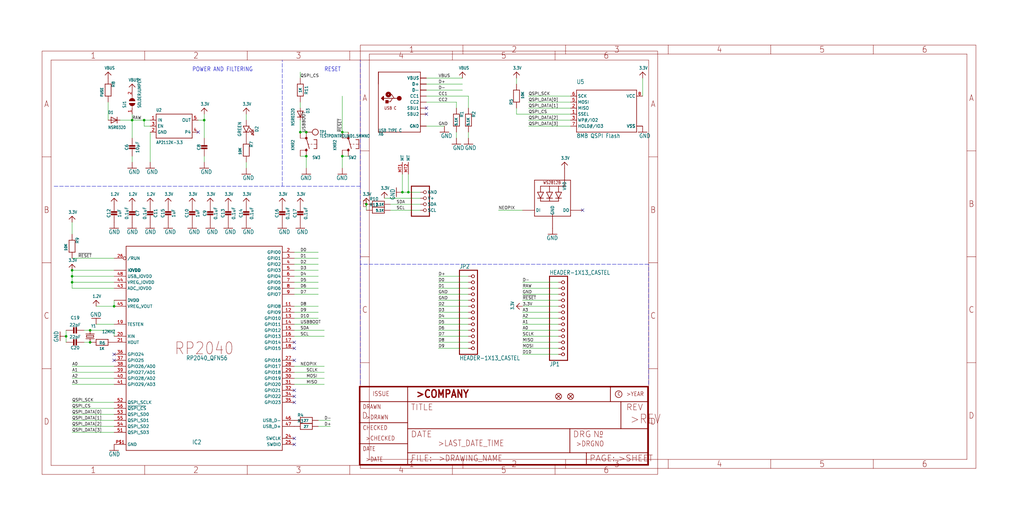
<source format=kicad_sch>
(kicad_sch (version 20211123) (generator eeschema)
  (paper "User" 433.07 220.421)
  (junction (at 55.88 50.8))
  (junction (at 30.48 114.3))
  (junction (at 144.78 66.04))
  (junction (at 86.36 50.8))
  (junction (at 129.54 66.04))
  (junction (at 38.1 144.78))
  (junction (at 172.72 81.28))
  (junction (at 48.26 129.54))
  (junction (at 144.78 55.88))
  (junction (at 129.54 55.88))
  (junction (at 27.94 142.24))
  (junction (at 127 55.88))
  (junction (at 30.48 116.84))
  (junction (at 38.1 139.7))
  (junction (at 60.96 50.8))
  (junction (at 170.18 81.28))
  (junction (at 30.48 119.38))
  (junction (at 154.94 86.36))
  (no_connect (at 246.38 88.9))
  (no_connect (at 83.82 55.88))
  (no_connect (at 180.34 48.26))
  (no_connect (at 180.34 45.72))
  (no_connect (at 48.26 152.4))
  (no_connect (at 48.26 149.86))
  (no_connect (at 124.46 187.96))
  (no_connect (at 124.46 185.42))
  (no_connect (at 124.46 165.1))
  (no_connect (at 124.46 167.64))
  (no_connect (at 124.46 170.18))
  (no_connect (at 124.46 152.4))
  (no_connect (at 124.46 147.32))
  (no_connect (at 124.46 144.78))
  (wire (pts (xy 220.98 124.46) (xy 236.22 124.46)))
  (wire (pts (xy 124.46 106.68) (xy 134.62 106.68)))
  (wire (pts (xy 185.42 139.7) (xy 198.12 139.7)))
  (wire (pts (xy 223.52 53.34) (xy 241.3 53.34)))
  (wire (pts (xy 48.26 119.38) (xy 30.48 119.38)))
  (polyline (pts (xy 152.4 78.74) (xy 119.38 78.74)))
  (wire (pts (xy 48.26 121.92) (xy 30.48 121.92)))
  (wire (pts (xy 124.46 132.08) (xy 134.62 132.08)))
  (wire (pts (xy 170.18 81.28) (xy 170.18 73.66)))
  (wire (pts (xy 241.3 40.64) (xy 223.52 40.64)))
  (wire (pts (xy 30.48 162.56) (xy 48.26 162.56)))
  (wire (pts (xy 220.98 149.86) (xy 236.22 149.86)))
  (wire (pts (xy 35.56 144.78) (xy 38.1 144.78)))
  (wire (pts (xy 180.34 35.56) (xy 195.58 35.56)))
  (wire (pts (xy 86.36 66.04) (xy 86.36 68.58)))
  (wire (pts (xy 27.94 142.24) (xy 27.94 139.7)))
  (wire (pts (xy 48.26 139.7) (xy 48.26 142.24)))
  (wire (pts (xy 198.12 124.46) (xy 185.42 124.46)))
  (wire (pts (xy 30.48 93.98) (xy 30.48 99.06)))
  (wire (pts (xy 127 66.04) (xy 129.54 66.04)))
  (wire (pts (xy 48.26 170.18) (xy 30.48 170.18)))
  (wire (pts (xy 124.46 137.16) (xy 134.62 137.16)))
  (wire (pts (xy 48.26 172.72) (xy 30.48 172.72)))
  (wire (pts (xy 185.42 132.08) (xy 198.12 132.08)))
  (wire (pts (xy 198.12 121.92) (xy 185.42 121.92)))
  (wire (pts (xy 104.14 68.58) (xy 104.14 71.12)))
  (wire (pts (xy 127 45.72) (xy 127 43.18)))
  (wire (pts (xy 180.34 43.18) (xy 193.04 43.18)))
  (wire (pts (xy 40.64 129.54) (xy 48.26 129.54)))
  (wire (pts (xy 30.48 119.38) (xy 30.48 116.84)))
  (wire (pts (xy 83.82 50.8) (xy 86.36 50.8)))
  (wire (pts (xy 236.22 127) (xy 220.98 127)))
  (wire (pts (xy 185.42 127) (xy 198.12 127)))
  (wire (pts (xy 124.46 116.84) (xy 134.62 116.84)))
  (wire (pts (xy 170.18 81.28) (xy 172.72 81.28)))
  (wire (pts (xy 185.42 144.78) (xy 198.12 144.78)))
  (wire (pts (xy 172.72 73.66) (xy 172.72 81.28)))
  (wire (pts (xy 124.46 154.94) (xy 137.16 154.94)))
  (wire (pts (xy 218.44 45.72) (xy 218.44 48.26)))
  (wire (pts (xy 27.94 144.78) (xy 27.94 142.24)))
  (wire (pts (xy 60.96 53.34) (xy 60.96 50.8)))
  (wire (pts (xy 241.3 50.8) (xy 223.52 50.8)))
  (wire (pts (xy 124.46 160.02) (xy 137.16 160.02)))
  (wire (pts (xy 38.1 139.7) (xy 48.26 139.7)))
  (wire (pts (xy 271.78 33.02) (xy 271.78 40.64)))
  (wire (pts (xy 124.46 139.7) (xy 137.16 139.7)))
  (wire (pts (xy 127 33.02) (xy 127 30.48)))
  (wire (pts (xy 134.62 177.8) (xy 139.7 177.8)))
  (wire (pts (xy 124.46 111.76) (xy 134.62 111.76)))
  (wire (pts (xy 144.78 71.12) (xy 144.78 66.04)))
  (wire (pts (xy 193.04 55.88) (xy 193.04 58.42)))
  (wire (pts (xy 124.46 129.54) (xy 134.62 129.54)))
  (wire (pts (xy 124.46 157.48) (xy 137.16 157.48)))
  (wire (pts (xy 236.22 129.54) (xy 220.98 129.54)))
  (wire (pts (xy 195.58 33.02) (xy 180.34 33.02)))
  (wire (pts (xy 177.8 83.82) (xy 162.56 83.82)))
  (wire (pts (xy 223.52 43.18) (xy 241.3 43.18)))
  (wire (pts (xy 144.78 40.64) (xy 144.78 55.88)))
  (wire (pts (xy 236.22 119.38) (xy 220.98 119.38)))
  (wire (pts (xy 220.98 142.24) (xy 236.22 142.24)))
  (wire (pts (xy 180.34 38.1) (xy 195.58 38.1)))
  (wire (pts (xy 144.78 55.88) (xy 147.32 55.88)))
  (wire (pts (xy 185.42 134.62) (xy 198.12 134.62)))
  (wire (pts (xy 241.3 45.72) (xy 223.52 45.72)))
  (wire (pts (xy 185.42 137.16) (xy 198.12 137.16)))
  (wire (pts (xy 38.1 139.7) (xy 35.56 139.7)))
  (wire (pts (xy 165.1 88.9) (xy 177.8 88.9)))
  (wire (pts (xy 185.42 142.24) (xy 198.12 142.24)))
  (polyline (pts (xy 119.38 78.74) (xy 119.38 25.4)))
  (wire (pts (xy 124.46 114.3) (xy 134.62 114.3)))
  (wire (pts (xy 86.36 50.8) (xy 86.36 48.26)))
  (wire (pts (xy 124.46 121.92) (xy 134.62 121.92)))
  (wire (pts (xy 60.96 53.34) (xy 63.5 53.34)))
  (wire (pts (xy 129.54 66.04) (xy 129.54 71.12)))
  (wire (pts (xy 198.12 40.64) (xy 198.12 45.72)))
  (polyline (pts (xy 152.4 162.56) (xy 152.4 111.76)))
  (wire (pts (xy 180.34 40.64) (xy 198.12 40.64)))
  (wire (pts (xy 55.88 66.04) (xy 55.88 68.58)))
  (wire (pts (xy 220.98 137.16) (xy 236.22 137.16)))
  (wire (pts (xy 198.12 116.84) (xy 185.42 116.84)))
  (wire (pts (xy 30.48 180.34) (xy 48.26 180.34)))
  (wire (pts (xy 55.88 50.8) (xy 55.88 58.42)))
  (wire (pts (xy 236.22 134.62) (xy 220.98 134.62)))
  (wire (pts (xy 220.98 132.08) (xy 236.22 132.08)))
  (wire (pts (xy 55.88 48.26) (xy 55.88 50.8)))
  (wire (pts (xy 48.26 109.22) (xy 30.48 109.22)))
  (wire (pts (xy 154.94 86.36) (xy 154.94 88.9)))
  (polyline (pts (xy 274.32 162.56) (xy 274.32 111.76)))
  (wire (pts (xy 124.46 109.22) (xy 134.62 109.22)))
  (wire (pts (xy 147.32 66.04) (xy 144.78 66.04)))
  (wire (pts (xy 124.46 134.62) (xy 134.62 134.62)))
  (wire (pts (xy 48.26 160.02) (xy 30.48 160.02)))
  (wire (pts (xy 60.96 50.8) (xy 55.88 50.8)))
  (wire (pts (xy 198.12 58.42) (xy 198.12 55.88)))
  (wire (pts (xy 30.48 182.88) (xy 48.26 182.88)))
  (wire (pts (xy 48.26 116.84) (xy 30.48 116.84)))
  (wire (pts (xy 134.62 180.34) (xy 139.7 180.34)))
  (wire (pts (xy 218.44 48.26) (xy 241.3 48.26)))
  (wire (pts (xy 129.54 55.88) (xy 127 55.88)))
  (polyline (pts (xy 22.86 78.74) (xy 119.38 78.74)))
  (wire (pts (xy 236.22 144.78) (xy 220.98 144.78)))
  (wire (pts (xy 124.46 162.56) (xy 137.16 162.56)))
  (wire (pts (xy 220.98 121.92) (xy 236.22 121.92)))
  (polyline (pts (xy 152.4 111.76) (xy 152.4 78.74)))
  (wire (pts (xy 127 55.88) (xy 127 50.8)))
  (wire (pts (xy 218.44 33.02) (xy 218.44 35.56)))
  (wire (pts (xy 50.8 50.8) (xy 55.88 50.8)))
  (wire (pts (xy 104.14 48.26) (xy 104.14 50.8)))
  (wire (pts (xy 86.36 58.42) (xy 86.36 50.8)))
  (wire (pts (xy 172.72 81.28) (xy 177.8 81.28)))
  (wire (pts (xy 124.46 142.24) (xy 137.16 142.24)))
  (wire (pts (xy 124.46 119.38) (xy 134.62 119.38)))
  (wire (pts (xy 220.98 88.9) (xy 210.82 88.9)))
  (wire (pts (xy 30.48 121.92) (xy 30.48 119.38)))
  (wire (pts (xy 124.46 124.46) (xy 134.62 124.46)))
  (wire (pts (xy 48.26 137.16) (xy 40.64 137.16)))
  (wire (pts (xy 63.5 50.8) (xy 60.96 50.8)))
  (wire (pts (xy 63.5 55.88) (xy 63.5 68.58)))
  (polyline (pts (xy 152.4 78.74) (xy 152.4 25.4)))
  (wire (pts (xy 185.42 147.32) (xy 198.12 147.32)))
  (wire (pts (xy 30.48 175.26) (xy 48.26 175.26)))
  (wire (pts (xy 236.22 139.7) (xy 220.98 139.7)))
  (wire (pts (xy 30.48 157.48) (xy 48.26 157.48)))
  (wire (pts (xy 30.48 177.8) (xy 48.26 177.8)))
  (wire (pts (xy 193.04 43.18) (xy 193.04 45.72)))
  (wire (pts (xy 198.12 129.54) (xy 185.42 129.54)))
  (wire (pts (xy 198.12 119.38) (xy 185.42 119.38)))
  (wire (pts (xy 48.26 114.3) (xy 30.48 114.3)))
  (wire (pts (xy 48.26 154.94) (xy 30.48 154.94)))
  (polyline (pts (xy 274.32 111.76) (xy 152.4 111.76)))
  (wire (pts (xy 236.22 147.32) (xy 220.98 147.32)))
  (wire (pts (xy 30.48 116.84) (xy 30.48 114.3)))
  (wire (pts (xy 177.8 86.36) (xy 165.1 86.36)))
  (wire (pts (xy 187.96 53.34) (xy 180.34 53.34)))
  (wire (pts (xy 48.26 127) (xy 48.26 129.54)))
  (wire (pts (xy 45.72 50.8) (xy 45.72 43.18)))
  (text "POWER AND FILTERING" (at 81.28 30.48 180) (effects (font (size 1.778 1.5113)) (justify left bottom)))
  (text "RESET" (at 137.16 30.48 180) (effects (font (size 1.778 1.5113)) (justify left bottom)))
  (label "MISO" (at 220.98 144.78 0) (effects (font (size 1.2446 1.2446))))
  (label "A1" (at 220.98 137.16 0) (effects (font (size 1.2446 1.2446))))
  (label "D10" (at 127 134.62 0) (effects (font (size 1.2446 1.2446))))
  (label "A3" (at 220.98 132.08 0) (effects (font (size 1.2446 1.2446))))
  (label "D8" (at 127 129.54 0) (effects (font (size 1.2446 1.2446))))
  (label "QSPI_DATA[0]" (at 223.52 43.18 0) (effects (font (size 1.2446 1.2446))))
  (label "GND" (at 185.42 124.46 0) (effects (font (size 1.2446 1.2446))))
  (label "SDA" (at 127 139.7 0) (effects (font (size 1.2446 1.2446))))
  (label "D-" (at 220.98 119.38 0) (effects (font (size 1.2446 1.2446))))
  (label "A0" (at 30.48 154.94 0) (effects (font (size 1.2446 1.2446))))
  (label "D1" (at 185.42 121.92 0) (effects (font (size 1.2446 1.2446))))
  (label "D5" (at 185.42 137.16 0) (effects (font (size 1.2446 1.2446))))
  (label "QSPI_CS" (at 127 33.02 0) (effects (font (size 1.2446 1.2446))))
  (label "MOSI" (at 129.54 160.02 0) (effects (font (size 1.2446 1.2446))))
  (label "D9" (at 185.42 147.32 0) (effects (font (size 1.2446 1.2446))))
  (label "GND" (at 220.98 124.46 0) (effects (font (size 1.2446 1.2446))))
  (label "USBBOOT" (at 127 137.16 0) (effects (font (size 1.2446 1.2446))))
  (label "A3" (at 30.48 162.56 0) (effects (font (size 1.2446 1.2446))))
  (label "QSPI_DATA[2]" (at 223.52 50.8 0) (effects (font (size 1.2446 1.2446))))
  (label "D4" (at 127 116.84 0) (effects (font (size 1.2446 1.2446))))
  (label "QSPI_DATA[3]" (at 30.48 182.88 0) (effects (font (size 1.2446 1.2446))))
  (label "QSPI_SCK" (at 223.52 40.64 0) (effects (font (size 1.2446 1.2446))))
  (label "QSPI_SCK" (at 30.48 170.18 0) (effects (font (size 1.2446 1.2446))))
  (label "D3" (at 185.42 132.08 0) (effects (font (size 1.2446 1.2446))))
  (label "GND" (at 185.42 53.34 0) (effects (font (size 1.2446 1.2446))))
  (label "D2" (at 127 111.76 0) (effects (font (size 1.2446 1.2446))))
  (label "VBUS" (at 185.42 33.02 0) (effects (font (size 1.2446 1.2446))))
  (label "D9" (at 127 132.08 0) (effects (font (size 1.2446 1.2446))))
  (label "D7" (at 185.42 142.24 0) (effects (font (size 1.2446 1.2446))))
  (label "3.3V" (at 220.98 129.54 0) (effects (font (size 1.2446 1.2446))))
  (label "D0" (at 127 106.68 0) (effects (font (size 1.2446 1.2446))))
  (label "D6" (at 185.42 139.7 0) (effects (font (size 1.2446 1.2446))))
  (label "SDA" (at 167.64 86.36 0) (effects (font (size 1.2446 1.2446))))
  (label "CC1" (at 185.42 40.64 0) (effects (font (size 1.2446 1.2446))))
  (label "~{RESET}" (at 33.02 109.22 0) (effects (font (size 1.2446 1.2446))))
  (label "D4" (at 185.42 134.62 0) (effects (font (size 1.2446 1.2446))))
  (label "A2" (at 30.48 160.02 0) (effects (font (size 1.2446 1.2446))))
  (label "D+" (at 185.42 35.56 0) (effects (font (size 1.2446 1.2446))))
  (label "D3" (at 127 114.3 0) (effects (font (size 1.2446 1.2446))))
  (label "D+" (at 137.16 180.34 0) (effects (font (size 1.2446 1.2446))))
  (label "SCL" (at 167.64 88.9 0) (effects (font (size 1.2446 1.2446))))
  (label "D10" (at 220.98 149.86 0) (effects (font (size 1.2446 1.2446))))
  (label "D-" (at 137.16 177.8 0) (effects (font (size 1.2446 1.2446))))
  (label "D6" (at 127 121.92 0) (effects (font (size 1.2446 1.2446))))
  (label "D0" (at 185.42 119.38 0) (effects (font (size 1.2446 1.2446))))
  (label "D1" (at 127 109.22 0) (effects (font (size 1.2446 1.2446))))
  (label "RAW" (at 55.88 50.8 0) (effects (font (size 1.2446 1.2446))))
  (label "D8" (at 185.42 144.78 0) (effects (font (size 1.2446 1.2446))))
  (label "NEOPIX" (at 127 154.94 0) (effects (font (size 1.2446 1.2446))))
  (label "D2" (at 185.42 129.54 0) (effects (font (size 1.2446 1.2446))))
  (label "CC2" (at 185.42 43.18 0) (effects (font (size 1.2446 1.2446))))
  (label "USBBOOT" (at 129.54 55.88 90) (effects (font (size 1.2446 1.2446))))
  (label "NEOPIX" (at 210.82 88.9 0) (effects (font (size 1.2446 1.2446))))
  (label "QSPI_CS" (at 223.52 48.26 0) (effects (font (size 1.2446 1.2446))))
  (label "RAW" (at 220.98 121.92 0) (effects (font (size 1.2446 1.2446))))
  (label "QSPI_DATA[3]" (at 223.52 53.34 0) (effects (font (size 1.2446 1.2446))))
  (label "A1" (at 30.48 157.48 0) (effects (font (size 1.2446 1.2446))))
  (label "QSPI_CS" (at 30.48 172.72 0) (effects (font (size 1.2446 1.2446))))
  (label "A0" (at 220.98 139.7 0) (effects (font (size 1.2446 1.2446))))
  (label "QSPI_DATA[2]" (at 30.48 180.34 0) (effects (font (size 1.2446 1.2446))))
  (label "QSPI_DATA[1]" (at 30.48 177.8 0) (effects (font (size 1.2446 1.2446))))
  (label "A2" (at 220.98 134.62 0) (effects (font (size 1.2446 1.2446))))
  (label "QSPI_DATA[0]" (at 30.48 175.26 0) (effects (font (size 1.2446 1.2446))))
  (label "SCL" (at 127 142.24 0) (effects (font (size 1.2446 1.2446))))
  (label "SCLK" (at 220.98 142.24 0) (effects (font (size 1.2446 1.2446))))
  (label "~{RESET}" (at 220.98 127 0) (effects (font (size 1.2446 1.2446))))
  (label "GND" (at 185.42 127 0) (effects (font (size 1.2446 1.2446))))
  (label "SCLK" (at 129.54 157.48 0) (effects (font (size 1.2446 1.2446))))
  (label "MOSI" (at 220.98 147.32 0) (effects (font (size 1.2446 1.2446))))
  (label "MISO" (at 129.54 162.56 0) (effects (font (size 1.2446 1.2446))))
  (label "D7" (at 127 124.46 0) (effects (font (size 1.2446 1.2446))))
  (label "D5" (at 127 119.38 0) (effects (font (size 1.2446 1.2446))))
  (label "QSPI_DATA[1]" (at 223.52 45.72 0) (effects (font (size 1.2446 1.2446))))
  (label "D+" (at 185.42 116.84 0) (effects (font (size 1.2446 1.2446))))
  (label "~{RESET}" (at 144.78 55.88 90) (effects (font (size 1.2446 1.2446))))
  (label "D-" (at 185.42 38.1 0) (effects (font (size 1.2446 1.2446))))
  (symbol (lib_id "Adafruit KB2040-eagle-import:STEMMA_I2C_QTSKINNY") (at 177.8 86.36 0)
    (property "Reference" "CONN1" (effects hide))
    (property "Value" "STEMMA_I2C_QTSKINNY" (effects hide))
    (property "Footprint" "Adafruit KB2040:JST_SH4_SKINNY" (effects hide))
  )
  (symbol (lib_id "Adafruit KB2040-eagle-import:GND") (at 40.64 134.62 0) (mirror x)
    (property "Reference" "#GND024" (effects hide))
    (property "Value" "GND" (at 38.1 132.08 0) (effects (font (size 1.778 1.5113)) (justify left bottom)))
    (property "Footprint" "Adafruit KB2040:" (effects hide))
  )
  (symbol (lib_id "Adafruit KB2040-eagle-import:GND") (at 104.14 73.66 0)
    (property "Reference" "#U$012" (effects hide))
    (property "Value" "GND" (at 102.616 76.2 0) (effects (font (size 1.778 1.5113)) (justify left bottom)))
    (property "Footprint" "Adafruit KB2040:" (effects hide))
  )
  (symbol (lib_id "Adafruit KB2040-eagle-import:3.3V") (at 154.94 83.82 0)
    (property "Reference" "#U$011" (effects hide))
    (property "Value" "3.3V" (at 153.416 82.804 0) (effects (font (size 1.27 1.0795)) (justify left bottom)))
    (property "Footprint" "Adafruit KB2040:" (effects hide))
  )
  (symbol (lib_id "Adafruit KB2040-eagle-import:RESISTOR0805_NOOUTLINE") (at 45.72 38.1 270)
    (property "Reference" "R8" (at 47.2186 34.29 0) (effects (justify left bottom)))
    (property "Value" "FUSE" (at 42.418 36.83 0) (effects (font (size 1.016 1.016) bold) (justify left bottom)))
    (property "Footprint" "Adafruit KB2040:0805-NO" (effects hide))
  )
  (symbol (lib_id "Adafruit KB2040-eagle-import:3.3V") (at 96.52 83.82 0)
    (property "Reference" "#U$032" (effects hide))
    (property "Value" "3.3V" (at 94.996 82.804 0) (effects (font (size 1.27 1.0795)) (justify left bottom)))
    (property "Footprint" "Adafruit KB2040:" (effects hide))
  )
  (symbol (lib_id "Adafruit KB2040-eagle-import:RP2040_QFN56") (at 86.36 147.32 0)
    (property "Reference" "IC2" (at 81.28 187.96 0) (effects (font (size 1.778 1.5113)) (justify left bottom)))
    (property "Value" "RP2040_QFN56" (at 78.74 152.4 0) (effects (font (size 1.778 1.5113)) (justify left bottom)))
    (property "Footprint" "Adafruit KB2040:QFN56_7MM_REDUCEDEPAD" (effects hide))
  )
  (symbol (lib_id "Adafruit KB2040-eagle-import:CAP_CERAMIC_0805MP") (at 86.36 63.5 0)
    (property "Reference" "C8" (at 84.07 62.25 90))
    (property "Value" "10µF" (at 88.66 62.25 90))
    (property "Footprint" "Adafruit KB2040:_0805MP" (effects hide))
    (property "Value" "10µF" (effects hide))
  )
  (symbol (lib_id "Adafruit KB2040-eagle-import:3.3V") (at 71.12 83.82 0)
    (property "Reference" "#U$018" (effects hide))
    (property "Value" "3.3V" (at 69.596 82.804 0) (effects (font (size 1.27 1.0795)) (justify left bottom)))
    (property "Footprint" "Adafruit KB2040:" (effects hide))
  )
  (symbol (lib_id "Adafruit KB2040-eagle-import:1.2V") (at 48.26 83.82 0)
    (property "Reference" "#U$046" (effects hide))
    (property "Value" "1.2V" (at 46.736 82.804 0) (effects (font (size 1.27 1.0795)) (justify left bottom)))
    (property "Footprint" "Adafruit KB2040:" (effects hide))
  )
  (symbol (lib_id "Adafruit KB2040-eagle-import:GND") (at 71.12 96.52 0)
    (property "Reference" "#U$04" (effects hide))
    (property "Value" "GND" (at 69.596 99.06 0) (effects (font (size 1.778 1.5113)) (justify left bottom)))
    (property "Footprint" "Adafruit KB2040:" (effects hide))
  )
  (symbol (lib_id "Adafruit KB2040-eagle-import:GND") (at 104.14 96.52 0)
    (property "Reference" "#U$050" (effects hide))
    (property "Value" "GND" (at 102.616 99.06 0) (effects (font (size 1.778 1.5113)) (justify left bottom)))
    (property "Footprint" "Adafruit KB2040:" (effects hide))
  )
  (symbol (lib_id "Adafruit KB2040-eagle-import:VBUS") (at 55.88 35.56 0)
    (property "Reference" "#U$016" (effects hide))
    (property "Value" "VBUS" (at 54.356 34.544 0) (effects (font (size 1.27 1.0795)) (justify left bottom)))
    (property "Footprint" "Adafruit KB2040:" (effects hide))
  )
  (symbol (lib_id "Adafruit KB2040-eagle-import:STEMMA_I2C_QTSKINNY") (at 170.18 73.66 90)
    (property "Reference" "CONN1" (effects hide))
    (property "Value" "STEMMA_I2C_QTSKINNY" (effects hide))
    (property "Footprint" "Adafruit KB2040:JST_SH4_SKINNY" (effects hide))
  )
  (symbol (lib_id "Adafruit KB2040-eagle-import:CAP_CERAMIC0603_NO") (at 71.12 91.44 0)
    (property "Reference" "C15" (at 68.83 90.19 90))
    (property "Value" "1uF" (at 73.42 90.19 90))
    (property "Footprint" "Adafruit KB2040:0603-NO" (effects hide))
  )
  (symbol (lib_id "Adafruit KB2040-eagle-import:GND") (at 129.54 73.66 0)
    (property "Reference" "#GND016" (effects hide))
    (property "Value" "GND" (at 127 76.2 0) (effects (font (size 1.778 1.5113)) (justify left bottom)))
    (property "Footprint" "Adafruit KB2040:" (effects hide))
  )
  (symbol (lib_id "Adafruit KB2040-eagle-import:GND") (at 55.88 96.52 0) (mirror y)
    (property "Reference" "#GND026" (effects hide))
    (property "Value" "GND" (at 58.42 99.06 0) (effects (font (size 1.778 1.5113)) (justify left bottom)))
    (property "Footprint" "Adafruit KB2040:" (effects hide))
  )
  (symbol (lib_id "Adafruit KB2040-eagle-import:RESISTOR_0402NO") (at 127 38.1 270)
    (property "Reference" "R11" (at 129.54 38.1 0))
    (property "Value" "1K" (at 127 38.1 0) (effects (font (size 1.016 1.016) bold)))
    (property "Footprint" "Adafruit KB2040:_0402NO" (effects hide))
  )
  (symbol (lib_id "Adafruit KB2040-eagle-import:CAP_CERAMIC_0402NO") (at 55.88 88.9 180)
    (property "Reference" "C7" (at 58.17 90.15 90))
    (property "Value" "0.1uF" (at 53.58 90.15 90))
    (property "Footprint" "Adafruit KB2040:_0402NO" (effects hide))
  )
  (symbol (lib_id "Adafruit KB2040-eagle-import:GND") (at 233.68 99.06 0)
    (property "Reference" "#GND07" (effects hide))
    (property "Value" "GND" (at 231.14 101.6 0) (effects (font (size 1.778 1.5113)) (justify left bottom)))
    (property "Footprint" "Adafruit KB2040:" (effects hide))
  )
  (symbol (lib_id "Adafruit KB2040-eagle-import:VBUS") (at 45.72 30.48 0)
    (property "Reference" "#U$03" (effects hide))
    (property "Value" "VBUS" (at 44.196 29.464 0) (effects (font (size 1.27 1.0795)) (justify left bottom)))
    (property "Footprint" "Adafruit KB2040:" (effects hide))
  )
  (symbol (lib_id "Adafruit KB2040-eagle-import:GND") (at 127 96.52 0)
    (property "Reference" "#U$053" (effects hide))
    (property "Value" "GND" (at 125.476 99.06 0) (effects (font (size 1.778 1.5113)) (justify left bottom)))
    (property "Footprint" "Adafruit KB2040:" (effects hide))
  )
  (symbol (lib_id "Adafruit KB2040-eagle-import:RESISTOR_0402NO") (at 193.04 50.8 270)
    (property "Reference" "R1" (at 194.5386 46.99 0) (effects (justify left bottom)))
    (property "Value" "5.1K" (at 192.278 49.53 0) (effects (font (size 1.016 1.016) bold) (justify left bottom)))
    (property "Footprint" "Adafruit KB2040:_0402NO" (effects hide))
  )
  (symbol (lib_id "Adafruit KB2040-eagle-import:LED0603_NOOUTLINE") (at 104.14 55.88 270)
    (property "Reference" "D2" (at 108.585 54.61 0))
    (property "Value" "GREEN" (at 101.346 54.61 0))
    (property "Footprint" "Adafruit KB2040:CHIPLED_0603_NOOUTLINE" (effects hide))
  )
  (symbol (lib_id "Adafruit KB2040-eagle-import:RESISTOR_0402NO") (at 104.14 63.5 270)
    (property "Reference" "R7" (at 105.6386 59.69 0) (effects (justify left bottom)))
    (property "Value" "10K" (at 100.838 62.23 0) (effects (font (size 1.016 1.016) bold) (justify left bottom)))
    (property "Footprint" "Adafruit KB2040:_0402NO" (effects hide))
  )
  (symbol (lib_id "Adafruit KB2040-eagle-import:FIDUCIAL_1MM") (at 236.22 167.64 0)
    (property "Reference" "U$35" (effects hide))
    (property "Value" "FIDUCIAL_1MM" (effects hide))
    (property "Footprint" "Adafruit KB2040:FIDUCIAL_1MM" (effects hide))
  )
  (symbol (lib_id "Adafruit KB2040-eagle-import:GND") (at 86.36 71.12 0)
    (property "Reference" "#U$029" (effects hide))
    (property "Value" "GND" (at 84.836 73.66 0) (effects (font (size 1.778 1.5113)) (justify left bottom)))
    (property "Footprint" "Adafruit KB2040:" (effects hide))
  )
  (symbol (lib_id "Adafruit KB2040-eagle-import:GND") (at 63.5 96.52 0) (mirror y)
    (property "Reference" "#GND027" (effects hide))
    (property "Value" "GND" (at 66.04 99.06 0) (effects (font (size 1.778 1.5113)) (justify left bottom)))
    (property "Footprint" "Adafruit KB2040:" (effects hide))
  )
  (symbol (lib_id "Adafruit KB2040-eagle-import:RESISTOR_0402NO") (at 160.02 86.36 0)
    (property "Reference" "R10" (at 156.21 84.8614 0) (effects (justify left bottom)))
    (property "Value" "5.1K" (at 158.75 87.122 0) (effects (font (size 1.016 1.016) bold) (justify left bottom)))
    (property "Footprint" "Adafruit KB2040:_0402NO" (effects hide))
  )
  (symbol (lib_id "Adafruit KB2040-eagle-import:CAP_CERAMIC_0402NO") (at 33.02 144.78 90)
    (property "Reference" "C20" (at 31.77 147.07 90))
    (property "Value" "22pF" (at 31.77 142.48 90))
    (property "Footprint" "Adafruit KB2040:_0402NO" (effects hide))
  )
  (symbol (lib_id "Adafruit KB2040-eagle-import:3.3V") (at 104.14 83.82 0)
    (property "Reference" "#U$033" (effects hide))
    (property "Value" "3.3V" (at 102.616 82.804 0) (effects (font (size 1.27 1.0795)) (justify left bottom)))
    (property "Footprint" "Adafruit KB2040:" (effects hide))
  )
  (symbol (lib_id "Adafruit KB2040-eagle-import:RESISTOR_0402NO") (at 129.54 180.34 0)
    (property "Reference" "R3" (at 125.73 178.8414 0) (effects (justify left bottom)))
    (property "Value" "27" (at 128.27 181.102 0) (effects (font (size 1.016 1.016) bold) (justify left bottom)))
    (property "Footprint" "Adafruit KB2040:_0402NO" (effects hide))
  )
  (symbol (lib_id "Adafruit KB2040-eagle-import:CAP_CERAMIC_0402NO") (at 33.02 139.7 90)
    (property "Reference" "C19" (at 31.77 134.37 90))
    (property "Value" "22pF" (at 31.77 137.4 90))
    (property "Footprint" "Adafruit KB2040:_0402NO" (effects hide))
  )
  (symbol (lib_id "Adafruit KB2040-eagle-import:GND") (at 119.38 96.52 0)
    (property "Reference" "#U$052" (effects hide))
    (property "Value" "GND" (at 117.856 99.06 0) (effects (font (size 1.778 1.5113)) (justify left bottom)))
    (property "Footprint" "Adafruit KB2040:" (effects hide))
  )
  (symbol (lib_id "Adafruit KB2040-eagle-import:WS2812B_SK6805_1515") (at 233.68 86.36 0)
    (property "Reference" "LED1" (effects hide))
    (property "Value" "WS2812B_SK6805_1515" (effects hide))
    (property "Footprint" "Adafruit KB2040:SK6805_1515" (effects hide))
  )
  (symbol (lib_id "Adafruit KB2040-eagle-import:GND") (at 271.78 55.88 0)
    (property "Reference" "#U$031" (effects hide))
    (property "Value" "GND" (at 270.256 58.42 0) (effects (font (size 1.778 1.5113)) (justify left bottom)))
    (property "Footprint" "Adafruit KB2040:" (effects hide))
  )
  (symbol (lib_id "Adafruit KB2040-eagle-import:DIODESOD-323F") (at 127 48.26 270)
    (property "Reference" "D3" (at 129.54 45.72 0) (effects (font (size 1.27 1.0795)) (justify left bottom)))
    (property "Value" "NSR0320" (at 123.19 45.72 0) (effects (font (size 1.27 1.0795)) (justify left bottom)))
    (property "Footprint" "Adafruit KB2040:SOD-323F" (effects hide))
  )
  (symbol (lib_id "Adafruit KB2040-eagle-import:CAP_CERAMIC_0402NO") (at 104.14 91.44 0)
    (property "Reference" "C14" (at 101.85 90.19 90))
    (property "Value" "0.1uF" (at 106.44 90.19 90))
    (property "Footprint" "Adafruit KB2040:_0402NO" (effects hide))
  )
  (symbol (lib_id "Adafruit KB2040-eagle-import:USB_C") (at 170.18 43.18 0)
    (property "Reference" "X6" (at 160.02 57.404 0) (effects (font (size 1.27 1.0795)) (justify left bottom)))
    (property "Value" "USB TYPE C" (at 160.02 55.88 0) (effects (font (size 1.27 1.0795)) (justify left bottom)))
    (property "Footprint" "Adafruit KB2040:USB_C_CUSB31-CFM2AX-01-X" (effects hide))
  )
  (symbol (lib_id "Adafruit KB2040-eagle-import:3.3V") (at 30.48 111.76 0)
    (property "Reference" "#U$038" (effects hide))
    (property "Value" "3.3V" (at 28.956 110.744 0) (effects (font (size 1.27 1.0795)) (justify left bottom)))
    (property "Footprint" "Adafruit KB2040:" (effects hide))
  )
  (symbol (lib_id "Adafruit KB2040-eagle-import:3.3V") (at 218.44 30.48 0)
    (property "Reference" "#U$041" (effects hide))
    (property "Value" "3.3V" (at 216.916 29.464 0) (effects (font (size 1.27 1.0795)) (justify left bottom)))
    (property "Footprint" "Adafruit KB2040:" (effects hide))
  )
  (symbol (lib_id "Adafruit KB2040-eagle-import:SWITCH_TACT_SMT4.6X2.8") (at 129.54 60.96 270)
    (property "Reference" "SW3" (at 132.08 67.31 90) (effects (font (size 1.27 1.0795)) (justify left bottom)))
    (property "Value" "KMR2" (at 123.19 59.055 0) (effects (font (size 1.27 1.0795)) (justify left bottom)))
    (property "Footprint" "Adafruit KB2040:BTN_KMR2_4.6X2.8" (effects hide))
  )
  (symbol (lib_id "Adafruit KB2040-eagle-import:3.3V") (at 119.38 83.82 0)
    (property "Reference" "#U$05" (effects hide))
    (property "Value" "3.3V" (at 117.856 82.804 0) (effects (font (size 1.27 1.0795)) (justify left bottom)))
    (property "Footprint" "Adafruit KB2040:" (effects hide))
  )
  (symbol (lib_id "Adafruit KB2040-eagle-import:RESISTOR_0402NO") (at 43.18 144.78 0)
    (property "Reference" "R6" (at 41.91 145.8214 0) (effects (justify left bottom)))
    (property "Value" "1K" (at 41.91 148.082 0) (effects (font (size 1.016 1.016) bold) (justify left bottom)))
    (property "Footprint" "Adafruit KB2040:_0402NO" (effects hide))
  )
  (symbol (lib_id "Adafruit KB2040-eagle-import:GND") (at 25.4 142.24 270) (mirror x)
    (property "Reference" "#GND031" (effects hide))
    (property "Value" "GND" (at 22.86 144.78 0) (effects (font (size 1.778 1.5113)) (justify left bottom)))
    (property "Footprint" "Adafruit KB2040:" (effects hide))
  )
  (symbol (lib_id "Adafruit KB2040-eagle-import:SPIFLASH_8PIN_4X4") (at 256.54 48.26 0)
    (property "Reference" "U5" (at 243.84 35.56 0) (effects (font (size 1.778 1.5113)) (justify left bottom)))
    (property "Value" "8MB QSPI Flash" (at 243.84 58.42 0) (effects (font (size 1.778 1.5113)) (justify left bottom)))
    (property "Footprint" "Adafruit KB2040:USON8_4X4" (effects hide))
  )
  (symbol (lib_id "Adafruit KB2040-eagle-import:GND") (at 144.78 73.66 0)
    (property "Reference" "#GND015" (effects hide))
    (property "Value" "GND" (at 142.24 76.2 0) (effects (font (size 1.778 1.5113)) (justify left bottom)))
    (property "Footprint" "Adafruit KB2040:" (effects hide))
  )
  (symbol (lib_id "Adafruit KB2040-eagle-import:GND") (at 187.96 55.88 0)
    (property "Reference" "#U$08" (effects hide))
    (property "Value" "GND" (at 186.436 58.42 0) (effects (font (size 1.778 1.5113)) (justify left bottom)))
    (property "Footprint" "Adafruit KB2040:" (effects hide))
  )
  (symbol (lib_id "Adafruit KB2040-eagle-import:GND") (at 55.88 71.12 0)
    (property "Reference" "#U$027" (effects hide))
    (property "Value" "GND" (at 54.356 73.66 0) (effects (font (size 1.778 1.5113)) (justify left bottom)))
    (property "Footprint" "Adafruit KB2040:" (effects hide))
  )
  (symbol (lib_id "Adafruit KB2040-eagle-import:FIDUCIAL_1MM") (at 241.3 167.64 0)
    (property "Reference" "U$34" (effects hide))
    (property "Value" "FIDUCIAL_1MM" (effects hide))
    (property "Footprint" "Adafruit KB2040:FIDUCIAL_1MM" (effects hide))
  )
  (symbol (lib_id "Adafruit KB2040-eagle-import:3.3V") (at 271.78 30.48 0)
    (property "Reference" "#U$039" (effects hide))
    (property "Value" "3.3V" (at 270.256 29.464 0) (effects (font (size 1.27 1.0795)) (justify left bottom)))
    (property "Footprint" "Adafruit KB2040:" (effects hide))
  )
  (symbol (lib_id "Adafruit KB2040-eagle-import:GND") (at 48.26 96.52 0) (mirror y)
    (property "Reference" "#GND028" (effects hide))
    (property "Value" "GND" (at 50.8 99.06 0) (effects (font (size 1.778 1.5113)) (justify left bottom)))
    (property "Footprint" "Adafruit KB2040:" (effects hide))
  )
  (symbol (lib_id "Adafruit KB2040-eagle-import:CAP_CERAMIC_0603MP") (at 81.28 91.44 0)
    (property "Reference" "C10" (at 78.99 90.19 90))
    (property "Value" "1uF" (at 83.58 90.19 90))
    (property "Footprint" "Adafruit KB2040:_0603MP" (effects hide))
  )
  (symbol (lib_id "Adafruit KB2040-eagle-import:DIODESOD-323F") (at 48.26 50.8 0)
    (property "Reference" "D1" (at 45.72 48.26 0) (effects (font (size 1.27 1.0795)) (justify left bottom)))
    (property "Value" "NSR0320" (at 45.72 54.61 0) (effects (font (size 1.27 1.0795)) (justify left bottom)))
    (property "Footprint" "Adafruit KB2040:SOD-323F" (effects hide))
  )
  (symbol (lib_id "Adafruit KB2040-eagle-import:GND") (at 88.9 96.52 0)
    (property "Reference" "#U$048" (effects hide))
    (property "Value" "GND" (at 87.376 99.06 0) (effects (font (size 1.778 1.5113)) (justify left bottom)))
    (property "Footprint" "Adafruit KB2040:" (effects hide))
  )
  (symbol (lib_id "Adafruit KB2040-eagle-import:3.3V") (at 86.36 45.72 0)
    (property "Reference" "#U$01" (effects hide))
    (property "Value" "3.3V" (at 84.836 44.704 0) (effects (font (size 1.27 1.0795)) (justify left bottom)))
    (property "Footprint" "Adafruit KB2040:" (effects hide))
  )
  (symbol (lib_id "Adafruit KB2040-eagle-import:CAP_CERAMIC_0402NO") (at 63.5 88.9 180)
    (property "Reference" "C11" (at 65.79 90.15 90))
    (property "Value" "0.1uF" (at 61.2 90.15 90))
    (property "Footprint" "Adafruit KB2040:_0402NO" (effects hide))
  )
  (symbol (lib_id "Adafruit KB2040-eagle-import:GND") (at 96.52 96.52 0)
    (property "Reference" "#U$049" (effects hide))
    (property "Value" "GND" (at 94.996 99.06 0) (effects (font (size 1.778 1.5113)) (justify left bottom)))
    (property "Footprint" "Adafruit KB2040:" (effects hide))
  )
  (symbol (lib_id "Adafruit KB2040-eagle-import:GND") (at 193.04 60.96 0)
    (property "Reference" "#U$07" (effects hide))
    (property "Value" "GND" (at 191.516 63.5 0) (effects (font (size 1.778 1.5113)) (justify left bottom)))
    (property "Footprint" "Adafruit KB2040:" (effects hide))
  )
  (symbol (lib_id "Adafruit KB2040-eagle-import:CAP_CERAMIC_0402NO") (at 96.52 91.44 0)
    (property "Reference" "C13" (at 94.23 90.19 90))
    (property "Value" "0.1uF" (at 98.82 90.19 90))
    (property "Footprint" "Adafruit KB2040:_0402NO" (effects hide))
  )
  (symbol (lib_id "Adafruit KB2040-eagle-import:3.3V") (at 162.56 81.28 0)
    (property "Reference" "#U$010" (effects hide))
    (property "Value" "3.3V" (at 161.036 80.264 0) (effects (font (size 1.27 1.0795)) (justify left bottom)))
    (property "Footprint" "Adafruit KB2040:" (effects hide))
  )
  (symbol (lib_id "Adafruit KB2040-eagle-import:1.2V") (at 40.64 127 0)
    (property "Reference" "#U$040" (effects hide))
    (property "Value" "1.2V" (at 39.116 125.984 0) (effects (font (size 1.27 1.0795)) (justify left bottom)))
    (property "Footprint" "Adafruit KB2040:" (effects hide))
  )
  (symbol (lib_id "Adafruit KB2040-eagle-import:FRAME_A4") (at 17.78 200.66 0)
    (property "Reference" "#FRAME1" (effects hide))
    (property "Value" "FRAME_A4" (effects hide))
    (property "Footprint" "Adafruit KB2040:" (effects hide))
  )
  (symbol (lib_id "Adafruit KB2040-eagle-import:RESISTOR_0402NO") (at 218.44 40.64 90)
    (property "Reference" "R5" (at 216.9414 44.45 0) (effects (justify left bottom)))
    (property "Value" "10K" (at 221.742 41.91 0) (effects (font (size 1.016 1.016) bold) (justify left bottom)))
    (property "Footprint" "Adafruit KB2040:_0402NO" (effects hide))
  )
  (symbol (lib_id "Adafruit KB2040-eagle-import:3.3V") (at 30.48 91.44 0)
    (property "Reference" "#U$037" (effects hide))
    (property "Value" "3.3V" (at 28.956 90.424 0) (effects (font (size 1.27 1.0795)) (justify left bottom)))
    (property "Footprint" "Adafruit KB2040:" (effects hide))
  )
  (symbol (lib_id "Adafruit KB2040-eagle-import:CAP_CERAMIC_0603MP") (at 48.26 91.44 0)
    (property "Reference" "C12" (at 45.97 90.19 90))
    (property "Value" "1uF" (at 50.56 90.19 90))
    (property "Footprint" "Adafruit KB2040:_0603MP" (effects hide))
  )
  (symbol (lib_id "Adafruit KB2040-eagle-import:RESISTOR_0402NO") (at 198.12 50.8 270)
    (property "Reference" "R2" (at 199.6186 46.99 0) (effects (justify left bottom)))
    (property "Value" "5.1K" (at 197.358 49.53 0) (effects (font (size 1.016 1.016) bold) (justify left bottom)))
    (property "Footprint" "Adafruit KB2040:_0402NO" (effects hide))
  )
  (symbol (lib_id "Adafruit KB2040-eagle-import:SOLDERJUMPER") (at 55.88 43.18 90)
    (property "Reference" "SJ1" (at 53.34 45.72 0) (effects (font (size 1.27 1.0795)) (justify left bottom)))
    (property "Value" "SOLDERJUMPER" (at 59.69 45.72 0) (effects (font (size 1.27 1.0795)) (justify left bottom)))
    (property "Footprint" "Adafruit KB2040:SOLDERJUMPER_ARROW_NOPASTE" (effects hide))
  )
  (symbol (lib_id "Adafruit KB2040-eagle-import:3.3V") (at 238.76 68.58 0)
    (property "Reference" "#U$06" (effects hide))
    (property "Value" "3.3V" (at 237.236 67.564 0) (effects (font (size 1.27 1.0795)) (justify left bottom)))
    (property "Footprint" "Adafruit KB2040:" (effects hide))
  )
  (symbol (lib_id "Adafruit KB2040-eagle-import:3.3V") (at 218.44 129.54 90)
    (property "Reference" "#U$02" (effects hide))
    (property "Value" "3.3V" (at 217.424 131.064 0) (effects (font (size 1.27 1.0795)) (justify left bottom)))
    (property "Footprint" "Adafruit KB2040:" (effects hide))
  )
  (symbol (lib_id "Adafruit KB2040-eagle-import:3.3V") (at 104.14 45.72 0)
    (property "Reference" "#U$015" (effects hide))
    (property "Value" "3.3V" (at 102.616 44.704 0) (effects (font (size 1.27 1.0795)) (justify left bottom)))
    (property "Footprint" "Adafruit KB2040:" (effects hide))
  )
  (symbol (lib_id "Adafruit KB2040-eagle-import:CRYSTAL2.5X2.0") (at 38.1 142.24 90)
    (property "Reference" "Y1" (at 40.64 137.16 90) (effects (font (size 1.27 1.0795)) (justify left bottom)))
    (property "Value" "12MHZ" (at 43.18 140.97 90) (effects (font (size 1.27 1.0795)) (justify right top)))
    (property "Footprint" "Adafruit KB2040:CRYSTAL_2.5X2" (effects hide))
  )
  (symbol (lib_id "Adafruit KB2040-eagle-import:HEADER-1X13_CASTEL") (at 238.76 134.62 0) (mirror x)
    (property "Reference" "JP1" (at 232.41 153.035 0) (effects (font (size 1.778 1.5113)) (justify left bottom)))
    (property "Value" "HEADER-1X13_CASTEL" (at 232.41 114.3 0) (effects (font (size 1.778 1.5113)) (justify left bottom)))
    (property "Footprint" "Adafruit KB2040:1X13_CASTEL" (effects hide))
  )
  (symbol (lib_id "Adafruit KB2040-eagle-import:RESISTOR_0402NO") (at 129.54 177.8 0)
    (property "Reference" "R4" (at 125.73 176.3014 0) (effects (justify left bottom)))
    (property "Value" "27" (at 128.27 178.562 0) (effects (font (size 1.016 1.016) bold) (justify left bottom)))
    (property "Footprint" "Adafruit KB2040:_0402NO" (effects hide))
  )
  (symbol (lib_id "Adafruit KB2040-eagle-import:VREG_SOT23-5") (at 73.66 53.34 0)
    (property "Reference" "U2" (at 66.04 47.244 0) (effects (font (size 1.27 1.0795)) (justify left bottom)))
    (property "Value" "AP2112K-3.3" (at 66.04 60.96 0) (effects (font (size 1.27 1.0795)) (justify left bottom)))
    (property "Footprint" "Adafruit KB2040:SOT23-5" (effects hide))
  )
  (symbol (lib_id "Adafruit KB2040-eagle-import:CAP_CERAMIC_0402NO") (at 88.9 91.44 0)
    (property "Reference" "C9" (at 86.61 90.19 90))
    (property "Value" "0.1uF" (at 91.2 90.19 90))
    (property "Footprint" "Adafruit KB2040:_0402NO" (effects hide))
  )
  (symbol (lib_id "Adafruit KB2040-eagle-import:HEADER-1X13_CASTEL") (at 200.66 132.08 0)
    (property "Reference" "JP2" (at 194.31 113.665 0) (effects (font (size 1.778 1.5113)) (justify left bottom)))
    (property "Value" "HEADER-1X13_CASTEL" (at 194.31 152.4 0) (effects (font (size 1.778 1.5113)) (justify left bottom)))
    (property "Footprint" "Adafruit KB2040:1X13_CASTEL" (effects hide))
  )
  (symbol (lib_id "Adafruit KB2040-eagle-import:VBUS") (at 195.58 30.48 0)
    (property "Reference" "#U$013" (effects hide))
    (property "Value" "VBUS" (at 194.056 29.464 0) (effects (font (size 1.27 1.0795)) (justify left bottom)))
    (property "Footprint" "Adafruit KB2040:" (effects hide))
  )
  (symbol (lib_id "Adafruit KB2040-eagle-import:SWITCH_TACT_SMT4.6X2.8") (at 147.32 60.96 270)
    (property "Reference" "SW2" (at 147.32 67.31 90) (effects (font (size 1.27 1.0795)) (justify left bottom)))
    (property "Value" "KMR2" (at 140.97 59.055 0) (effects (font (size 1.27 1.0795)) (justify left bottom)))
    (property "Footprint" "Adafruit KB2040:BTN_KMR2_4.6X2.8" (effects hide))
  )
  (symbol (lib_id "Adafruit KB2040-eagle-import:3.3V") (at 81.28 83.82 0)
    (property "Reference" "#U$025" (effects hide))
    (property "Value" "3.3V" (at 79.756 82.804 0) (effects (font (size 1.27 1.0795)) (justify left bottom)))
    (property "Footprint" "Adafruit KB2040:" (effects hide))
  )
  (symbol (lib_id "Adafruit KB2040-eagle-import:1.2V") (at 63.5 83.82 0)
    (property "Reference" "#U$045" (effects hide))
    (property "Value" "1.2V" (at 61.976 82.804 0) (effects (font (size 1.27 1.0795)) (justify left bottom)))
    (property "Footprint" "Adafruit KB2040:" (effects hide))
  )
  (symbol (lib_id "Adafruit KB2040-eagle-import:GND") (at 48.26 190.5 0) (mirror y)
    (property "Reference" "#GND025" (effects hide))
    (property "Value" "GND" (at 50.8 193.04 0) (effects (font (size 1.778 1.5113)) (justify left bottom)))
    (property "Footprint" "Adafruit KB2040:" (effects hide))
  )
  (symbol (lib_id "Adafruit KB2040-eagle-import:GND") (at 81.28 96.52 0)
    (property "Reference" "#U$047" (effects hide))
    (property "Value" "GND" (at 79.756 99.06 0) (effects (font (size 1.778 1.5113)) (justify left bottom)))
    (property "Footprint" "Adafruit KB2040:" (effects hide))
  )
  (symbol (lib_id "Adafruit KB2040-eagle-import:CAP_CERAMIC_0402NO") (at 127 91.44 0)
    (property "Reference" "C17" (at 124.71 90.19 90))
    (property "Value" "0.1uF" (at 129.3 90.19 90))
    (property "Footprint" "Adafruit KB2040:_0402NO" (effects hide))
  )
  (symbol (lib_id "Adafruit KB2040-eagle-import:RESISTOR_0402NO") (at 160.02 88.9 0)
    (property "Reference" "R12" (at 156.21 87.4014 0) (effects (justify left bottom)))
    (property "Value" "5.1K" (at 158.75 89.662 0) (effects (font (size 1.016 1.016) bold) (justify left bottom)))
    (property "Footprint" "Adafruit KB2040:_0402NO" (effects hide))
  )
  (symbol (lib_id "Adafruit KB2040-eagle-import:CAP_CERAMIC_0805MP") (at 55.88 63.5 0)
    (property "Reference" "C6" (at 53.59 62.25 90))
    (property "Value" "10µF" (at 58.18 62.25 90))
    (property "Footprint" "Adafruit KB2040:_0805MP" (effects hide))
  )
  (symbol (lib_id "Adafruit KB2040-eagle-import:RESISTOR_0402NO") (at 30.48 104.14 270)
    (property "Reference" "R9" (at 31.9786 100.33 0) (effects (justify left bottom)))
    (property "Value" "10K" (at 27.178 102.87 0) (effects (font (size 1.016 1.016) bold) (justify left bottom)))
    (property "Footprint" "Adafruit KB2040:_0402NO" (effects hide))
  )
  (symbol (lib_id "Adafruit KB2040-eagle-import:CAP_CERAMIC_0402NO") (at 119.38 91.44 0)
    (property "Reference" "C16" (at 117.09 90.19 90))
    (property "Value" "0.1uF" (at 121.68 90.19 90))
    (property "Footprint" "Adafruit KB2040:_0402NO" (effects hide))
  )
  (symbol (lib_id "Adafruit KB2040-eagle-import:3.3V") (at 88.9 83.82 0)
    (property "Reference" "#U$026" (effects hide))
    (property "Value" "3.3V" (at 87.376 82.804 0) (effects (font (size 1.27 1.0795)) (justify left bottom)))
    (property "Footprint" "Adafruit KB2040:" (effects hide))
  )
  (symbol (lib_id "Adafruit KB2040-eagle-import:1.2V") (at 55.88 83.82 0)
    (property "Reference" "#U$043" (effects hide))
    (property "Value" "1.2V" (at 54.356 82.804 0) (effects (font (size 1.27 1.0795)) (justify left bottom)))
    (property "Footprint" "Adafruit KB2040:" (effects hide))
  )
  (symbol (lib_id "Adafruit KB2040-eagle-import:3.3V") (at 127 83.82 0)
    (property "Reference" "#U$036" (effects hide))
    (property "Value" "3.3V" (at 125.476 82.804 0) (effects (font (size 1.27 1.0795)) (justify left bottom)))
    (property "Footprint" "Adafruit KB2040:" (effects hide))
  )
  (symbol (lib_id "Adafruit KB2040-eagle-import:STEMMA_I2C_QTSKINNY") (at 172.72 73.66 90)
    (property "Reference" "CONN1" (effects hide))
    (property "Value" "STEMMA_I2C_QTSKINNY" (effects hide))
    (property "Footprint" "Adafruit KB2040:JST_SH4_SKINNY" (effects hide))
  )
  (symbol (lib_id "Adafruit KB2040-eagle-import:GND") (at 198.12 60.96 0)
    (property "Reference" "#U$014" (effects hide))
    (property "Value" "GND" (at 196.596 63.5 0) (effects (font (size 1.778 1.5113)) (justify left bottom)))
    (property "Footprint" "Adafruit KB2040:" (effects hide))
  )
  (symbol (lib_id "Adafruit KB2040-eagle-import:FRAME_A4") (at 152.4 198.12 0)
    (property "Reference" "#FRAME1" (effects hide))
    (property "Value" "FRAME_A4" (effects hide))
    (property "Footprint" "Adafruit KB2040:" (effects hide))
  )
  (symbol (lib_id "Adafruit KB2040-eagle-import:GND") (at 63.5 71.12 0)
    (property "Reference" "#U$030" (effects hide))
    (property "Value" "GND" (at 61.976 73.66 0) (effects (font (size 1.778 1.5113)) (justify left bottom)))
    (property "Footprint" "Adafruit KB2040:" (effects hide))
  )
  (symbol (lib_id "Adafruit KB2040-eagle-import:TESTPOINTROUND1.5MMNO") (at 129.54 55.88 270)
    (property "Reference" "TP1" (at 135.128 55.88 90) (effects (font (size 1.27 1.0795)) (justify left)))
    (property "Value" "TESTPOINTROUND1.5MMNO" (at 135.128 57.531 90) (effects (font (size 1.27 1.0795)) (justify left)))
    (property "Footprint" "Adafruit KB2040:TESTPOINT_ROUND_1.5MM_NO" (effects hide))
  )
  (symbol (lib_id "Adafruit KB2040-eagle-import:GND") (at 167.64 81.28 270)
    (property "Reference" "#U$09" (effects hide))
    (property "Value" "GND" (at 165.1 79.756 0) (effects (font (size 1.778 1.5113)) (justify left bottom)))
    (property "Footprint" "Adafruit KB2040:" (effects hide))
  )
)
</source>
